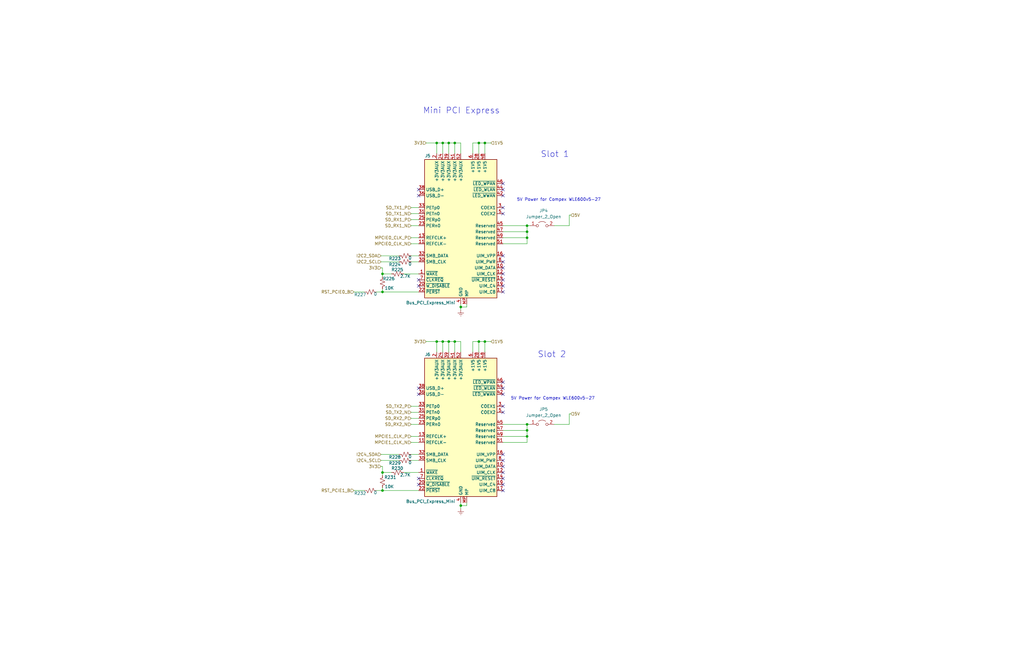
<source format=kicad_sch>
(kicad_sch (version 20200828) (generator eeschema)
  (page 10 12)
  (paper "USLedger")
  (title_block (title "AP2100-power-proto") (date "2020-10-06") (rev "1") (company "ISis ImageStream Internet Solutions, Inc."))
  (lib_symbols
    (symbol "AP2100-rescue:GND-Scott" (power) (pin_names (offset 0))
      (property "Value" "GND-Scott" (at 0 -3.81 0))
      (symbol "GND-Scott_1_1"
        (polyline (pts (xy -0.635 -1.905) (xy 0.635 -1.905)))
        (polyline (pts (xy -0.127 -2.54) (xy 0.127 -2.54)))
        (polyline (pts (xy 0 -1.27) (xy 0 0)))
        (polyline (pts (xy 1.27 -1.27) (xy -1.27 -1.27)))
        (pin power_in line (at 0 0 270) (length 0) hide (name "GND") (number "1"))
      )
    )
    (symbol "Connector:Bus_PCI_Express_Mini"
      (property "Reference" "J" (at -16.51 31.75 0))
      (property "Value" "Bus_PCI_Express_Mini" (at 22.86 31.75 0))
      (symbol "Bus_PCI_Express_Mini_0_1"
        (rectangle (start -15.24 30.48) (end 15.24 -27.94) (stroke (width 0.254)) (fill (type background)))
      )
      (symbol "Bus_PCI_Express_Mini_1_1"
        (pin open_collector line (at -17.78 -17.78 0) (length 2.54) (name "~WAKE") (number "1"))
        (pin bidirectional line (at 17.78 -15.24 180) (length 2.54) (name "UIM_DATA") (number "10"))
        (pin input line (at -17.78 -5.08 0) (length 2.54) (name "REFCLK-") (number "11"))
        (pin output line (at 17.78 -17.78 180) (length 2.54) (name "UIM_CLK") (number "12"))
        (pin input line (at -17.78 -2.54 0) (length 2.54) (name "REFCLK+") (number "13"))
        (pin output line (at 17.78 -20.32 180) (length 2.54) (name "~UIM_RESET") (number "14"))
        (pin passive line (at 0 -30.48 90) (length 2.54) hide (name "GND") (number "15"))
        (pin power_out line (at 17.78 -10.16 180) (length 2.54) (name "UIM_VPP") (number "16"))
        (pin passive line (at 17.78 -25.4 180) (length 2.54) (name "UIM_C8") (number "17"))
        (pin passive line (at 0 -30.48 90) (length 2.54) hide (name "GND") (number "18"))
        (pin passive line (at 17.78 -22.86 180) (length 2.54) (name "UIM_C4") (number "19"))
        (pin power_in line (at -10.16 33.02 270) (length 2.54) (name "+3V3AUX") (number "2"))
        (pin input line (at -17.78 -22.86 0) (length 2.54) (name "~W_DISABLE") (number "20"))
        (pin passive line (at 0 -30.48 90) (length 2.54) hide (name "GND") (number "21"))
        (pin input line (at -17.78 -25.4 0) (length 2.54) (name "~PERST") (number "22"))
        (pin output line (at -17.78 2.54 0) (length 2.54) (name "PERn0") (number "23"))
        (pin power_in line (at -7.62 33.02 270) (length 2.54) (name "+3V3AUX") (number "24"))
        (pin output line (at -17.78 5.08 0) (length 2.54) (name "PERp0") (number "25"))
        (pin passive line (at 0 -30.48 90) (length 2.54) hide (name "GND") (number "26"))
        (pin passive line (at 0 -30.48 90) (length 2.54) hide (name "GND") (number "27"))
        (pin power_in line (at 7.62 33.02 270) (length 2.54) (name "+1V5") (number "28"))
        (pin passive line (at 0 -30.48 90) (length 2.54) hide (name "GND") (number "29"))
        (pin passive line (at 17.78 10.16 180) (length 2.54) (name "COEX1") (number "3"))
        (pin input line (at -17.78 -12.7 0) (length 2.54) (name "SMB_CLK") (number "30"))
        (pin input line (at -17.78 7.62 0) (length 2.54) (name "PETn0") (number "31"))
        (pin bidirectional line (at -17.78 -10.16 0) (length 2.54) (name "SMB_DATA") (number "32"))
        (pin input line (at -17.78 10.16 0) (length 2.54) (name "PETp0") (number "33"))
        (pin passive line (at 0 -30.48 90) (length 2.54) hide (name "GND") (number "34"))
        (pin passive line (at 0 -30.48 90) (length 2.54) hide (name "GND") (number "35"))
        (pin bidirectional line (at -17.78 15.24 0) (length 2.54) (name "USB_D-") (number "36"))
        (pin passive line (at 0 -30.48 90) (length 2.54) hide (name "GND") (number "37"))
        (pin bidirectional line (at -17.78 17.78 0) (length 2.54) (name "USB_D+") (number "38"))
        (pin power_in line (at -5.08 33.02 270) (length 2.54) (name "+3V3AUX") (number "39"))
        (pin power_in line (at 0 -30.48 90) (length 2.54) (name "GND") (number "4"))
        (pin passive line (at 0 -30.48 90) (length 2.54) hide (name "GND") (number "40"))
        (pin power_in line (at -2.54 33.02 270) (length 2.54) (name "+3V3AUX") (number "41"))
        (pin open_collector line (at 17.78 15.24 180) (length 2.54) (name "~LED_WWAN") (number "42"))
        (pin passive line (at 0 -30.48 90) (length 2.54) hide (name "GND") (number "43"))
        (pin open_collector line (at 17.78 17.78 180) (length 2.54) (name "~LED_WLAN") (number "44"))
        (pin passive line (at 17.78 2.54 180) (length 2.54) (name "Reserved") (number "45"))
        (pin open_collector line (at 17.78 20.32 180) (length 2.54) (name "~LED_WPAN") (number "46"))
        (pin passive line (at 17.78 0 180) (length 2.54) (name "Reserved") (number "47"))
        (pin power_in line (at 10.16 33.02 270) (length 2.54) (name "+1V5") (number "48"))
        (pin passive line (at 17.78 -2.54 180) (length 2.54) (name "Reserved") (number "49"))
        (pin passive line (at 17.78 7.62 180) (length 2.54) (name "COEX2") (number "5"))
        (pin passive line (at 0 -30.48 90) (length 2.54) hide (name "GND") (number "50"))
        (pin passive line (at 17.78 -5.08 180) (length 2.54) (name "Reserved") (number "51"))
        (pin power_in line (at 0 33.02 270) (length 2.54) (name "+3V3AUX") (number "52"))
        (pin power_in line (at 5.08 33.02 270) (length 2.54) (name "+1V5") (number "6"))
        (pin open_collector line (at -17.78 -20.32 0) (length 2.54) (name "~CLKREQ") (number "7"))
        (pin power_out line (at 17.78 -12.7 180) (length 2.54) (name "UIM_PWR") (number "8"))
        (pin passive line (at 0 -30.48 90) (length 2.54) hide (name "GND") (number "9"))
        (pin passive line (at 2.54 -30.48 90) (length 2.54) (name "MP") (number "MP"))
      )
    )
    (symbol "Device:R_Small_US" (pin_numbers hide) (pin_names (offset 0.254) hide)
      (property "Reference" "R" (at 0.762 0.508 0))
      (property "Value" "R_Small_US" (at 0.762 -1.016 0))
      (symbol "R_Small_US_1_1"
        (polyline (pts (xy 0 0) (xy 1.016 -0.381) (xy 0 -0.762) (xy -1.016 -1.143) (xy 0 -1.524)))
        (polyline (pts (xy 0 1.524) (xy 1.016 1.143) (xy 0 0.762) (xy -1.016 0.381) (xy 0 0)))
        (pin passive line (at 0 2.54 270) (length 1.016) (name "~") (number "1"))
        (pin passive line (at 0 -2.54 90) (length 1.016) (name "~") (number "2"))
      )
    )
    (symbol "Jumper:Jumper_2_Open" (pin_names (offset 0) hide)
      (property "Reference" "JP" (at 0 2.794 0))
      (property "Value" "Jumper_2_Open" (at 0 -2.286 0))
      (symbol "Jumper_2_Open_0_1"
        (arc (start -1.524 1.27) (end 1.524 1.27) (radius (at 0 -0.762) (length 2.54) (angles 126.9 53.1)))
      )
      (symbol "Jumper_2_Open_0_0"
        (circle (center -2.032 0) (radius 0.508))
        (circle (center 2.032 0) (radius 0.508))
      )
      (symbol "Jumper_2_Open_1_1"
        (pin passive line (at -5.08 0 0) (length 2.54) (name "A") (number "1"))
        (pin passive line (at 5.08 0 180) (length 2.54) (name "B") (number "2"))
      )
    )
  )
  (junction (at 161.29 115.57) (diameter 0.9144))
  (junction (at 161.29 123.19) (diameter 0.9144))
  (junction (at 161.29 199.39) (diameter 0.9144))
  (junction (at 161.29 207.01) (diameter 0.9144))
  (junction (at 184.15 60.325) (diameter 0.9144))
  (junction (at 184.15 144.145) (diameter 0.9144))
  (junction (at 186.69 60.325) (diameter 0.9144))
  (junction (at 186.69 144.145) (diameter 0.9144))
  (junction (at 189.23 60.325) (diameter 0.9144))
  (junction (at 189.23 144.145) (diameter 0.9144))
  (junction (at 191.77 60.325) (diameter 0.9144))
  (junction (at 191.77 144.145) (diameter 0.9144))
  (junction (at 194.31 129.54) (diameter 0.9144))
  (junction (at 194.31 213.36) (diameter 0.9144))
  (junction (at 201.93 60.325) (diameter 0.9144))
  (junction (at 201.93 144.145) (diameter 0.9144))
  (junction (at 204.47 60.325) (diameter 0.9144))
  (junction (at 204.47 144.145) (diameter 0.9144))
  (junction (at 222.25 95.25) (diameter 0.9144))
  (junction (at 222.25 97.79) (diameter 0.9144))
  (junction (at 222.25 100.33) (diameter 0.9144))
  (junction (at 222.25 179.07) (diameter 0.9144))
  (junction (at 222.25 181.61) (diameter 0.9144))
  (junction (at 222.25 184.15) (diameter 0.9144))
  (no_connect (at 212.09 82.55))
  (no_connect (at 212.09 161.29))
  (no_connect (at 212.09 107.95))
  (no_connect (at 176.53 80.01))
  (no_connect (at 212.09 115.57))
  (no_connect (at 212.09 166.37))
  (no_connect (at 212.09 207.01))
  (no_connect (at 212.09 90.17))
  (no_connect (at 212.09 120.65))
  (no_connect (at 212.09 171.45))
  (no_connect (at 212.09 113.03))
  (no_connect (at 212.09 77.47))
  (no_connect (at 176.53 204.47))
  (no_connect (at 212.09 163.83))
  (no_connect (at 176.53 120.65))
  (no_connect (at 212.09 196.85))
  (no_connect (at 176.53 118.11))
  (no_connect (at 176.53 82.55))
  (no_connect (at 212.09 199.39))
  (no_connect (at 212.09 194.31))
  (no_connect (at 176.53 201.93))
  (no_connect (at 212.09 191.77))
  (no_connect (at 212.09 204.47))
  (no_connect (at 212.09 201.93))
  (no_connect (at 212.09 173.99))
  (no_connect (at 212.09 87.63))
  (no_connect (at 212.09 123.19))
  (no_connect (at 176.53 166.37))
  (no_connect (at 212.09 118.11))
  (no_connect (at 212.09 110.49))
  (no_connect (at 212.09 80.01))
  (no_connect (at 176.53 163.83))
  (wire (pts (xy 149.225 123.19) (xy 153.67 123.19)))
  (wire (pts (xy 149.225 207.01) (xy 153.67 207.01)))
  (wire (pts (xy 158.75 123.19) (xy 161.29 123.19)))
  (wire (pts (xy 158.75 207.01) (xy 161.29 207.01)))
  (wire (pts (xy 160.655 107.95) (xy 168.275 107.95)))
  (wire (pts (xy 160.655 110.49) (xy 168.275 110.49)))
  (wire (pts (xy 160.655 113.03) (xy 161.29 113.03)))
  (wire (pts (xy 160.655 191.77) (xy 168.275 191.77)))
  (wire (pts (xy 160.655 194.31) (xy 168.275 194.31)))
  (wire (pts (xy 160.655 196.85) (xy 161.29 196.85)))
  (wire (pts (xy 161.29 113.03) (xy 161.29 115.57)))
  (wire (pts (xy 161.29 115.57) (xy 161.29 116.84)))
  (wire (pts (xy 161.29 121.92) (xy 161.29 123.19)))
  (wire (pts (xy 161.29 123.19) (xy 176.53 123.19)))
  (wire (pts (xy 161.29 196.85) (xy 161.29 199.39)))
  (wire (pts (xy 161.29 199.39) (xy 161.29 200.66)))
  (wire (pts (xy 161.29 205.74) (xy 161.29 207.01)))
  (wire (pts (xy 161.29 207.01) (xy 176.53 207.01)))
  (wire (pts (xy 165.1 115.57) (xy 161.29 115.57)))
  (wire (pts (xy 165.1 199.39) (xy 161.29 199.39)))
  (wire (pts (xy 170.18 115.57) (xy 176.53 115.57)))
  (wire (pts (xy 170.18 199.39) (xy 176.53 199.39)))
  (wire (pts (xy 173.355 87.63) (xy 176.53 87.63)))
  (wire (pts (xy 173.355 90.17) (xy 176.53 90.17)))
  (wire (pts (xy 173.355 92.71) (xy 176.53 92.71)))
  (wire (pts (xy 173.355 95.25) (xy 176.53 95.25)))
  (wire (pts (xy 173.355 100.33) (xy 176.53 100.33)))
  (wire (pts (xy 173.355 102.87) (xy 176.53 102.87)))
  (wire (pts (xy 173.355 171.45) (xy 176.53 171.45)))
  (wire (pts (xy 173.355 173.99) (xy 176.53 173.99)))
  (wire (pts (xy 173.355 176.53) (xy 176.53 176.53)))
  (wire (pts (xy 173.355 179.07) (xy 176.53 179.07)))
  (wire (pts (xy 173.355 184.15) (xy 176.53 184.15)))
  (wire (pts (xy 173.355 186.69) (xy 176.53 186.69)))
  (wire (pts (xy 176.53 107.95) (xy 173.355 107.95)))
  (wire (pts (xy 176.53 110.49) (xy 173.355 110.49)))
  (wire (pts (xy 176.53 191.77) (xy 173.355 191.77)))
  (wire (pts (xy 176.53 194.31) (xy 173.355 194.31)))
  (wire (pts (xy 179.705 60.325) (xy 184.15 60.325)))
  (wire (pts (xy 179.705 144.145) (xy 184.15 144.145)))
  (wire (pts (xy 184.15 60.325) (xy 184.15 64.77)))
  (wire (pts (xy 184.15 144.145) (xy 184.15 148.59)))
  (wire (pts (xy 186.69 60.325) (xy 184.15 60.325)))
  (wire (pts (xy 186.69 60.325) (xy 189.23 60.325)))
  (wire (pts (xy 186.69 64.77) (xy 186.69 60.325)))
  (wire (pts (xy 186.69 144.145) (xy 184.15 144.145)))
  (wire (pts (xy 186.69 144.145) (xy 189.23 144.145)))
  (wire (pts (xy 186.69 148.59) (xy 186.69 144.145)))
  (wire (pts (xy 189.23 60.325) (xy 189.23 64.77)))
  (wire (pts (xy 189.23 60.325) (xy 191.77 60.325)))
  (wire (pts (xy 189.23 144.145) (xy 189.23 148.59)))
  (wire (pts (xy 189.23 144.145) (xy 191.77 144.145)))
  (wire (pts (xy 191.77 60.325) (xy 191.77 64.77)))
  (wire (pts (xy 191.77 60.325) (xy 194.31 60.325)))
  (wire (pts (xy 191.77 144.145) (xy 191.77 148.59)))
  (wire (pts (xy 191.77 144.145) (xy 194.31 144.145)))
  (wire (pts (xy 194.31 60.325) (xy 194.31 64.77)))
  (wire (pts (xy 194.31 128.27) (xy 194.31 129.54)))
  (wire (pts (xy 194.31 129.54) (xy 194.31 130.81)))
  (wire (pts (xy 194.31 144.145) (xy 194.31 148.59)))
  (wire (pts (xy 194.31 212.09) (xy 194.31 213.36)))
  (wire (pts (xy 194.31 213.36) (xy 194.31 214.63)))
  (wire (pts (xy 196.85 128.27) (xy 196.85 129.54)))
  (wire (pts (xy 196.85 129.54) (xy 194.31 129.54)))
  (wire (pts (xy 196.85 212.09) (xy 196.85 213.36)))
  (wire (pts (xy 196.85 213.36) (xy 194.31 213.36)))
  (wire (pts (xy 199.39 60.325) (xy 201.93 60.325)))
  (wire (pts (xy 199.39 64.77) (xy 199.39 60.325)))
  (wire (pts (xy 199.39 144.145) (xy 201.93 144.145)))
  (wire (pts (xy 199.39 148.59) (xy 199.39 144.145)))
  (wire (pts (xy 201.93 60.325) (xy 204.47 60.325)))
  (wire (pts (xy 201.93 64.77) (xy 201.93 60.325)))
  (wire (pts (xy 201.93 144.145) (xy 204.47 144.145)))
  (wire (pts (xy 201.93 148.59) (xy 201.93 144.145)))
  (wire (pts (xy 204.47 60.325) (xy 204.47 64.77)))
  (wire (pts (xy 204.47 144.145) (xy 204.47 148.59)))
  (wire (pts (xy 207.01 60.325) (xy 204.47 60.325)))
  (wire (pts (xy 207.01 144.145) (xy 204.47 144.145)))
  (wire (pts (xy 212.09 95.25) (xy 222.25 95.25)))
  (wire (pts (xy 212.09 97.79) (xy 222.25 97.79)))
  (wire (pts (xy 212.09 102.87) (xy 222.25 102.87)))
  (wire (pts (xy 212.09 179.07) (xy 222.25 179.07)))
  (wire (pts (xy 212.09 181.61) (xy 222.25 181.61)))
  (wire (pts (xy 212.09 186.69) (xy 222.25 186.69)))
  (wire (pts (xy 222.25 95.25) (xy 223.52 95.25)))
  (wire (pts (xy 222.25 97.79) (xy 222.25 95.25)))
  (wire (pts (xy 222.25 97.79) (xy 222.25 100.33)))
  (wire (pts (xy 222.25 100.33) (xy 212.09 100.33)))
  (wire (pts (xy 222.25 102.87) (xy 222.25 100.33)))
  (wire (pts (xy 222.25 179.07) (xy 223.52 179.07)))
  (wire (pts (xy 222.25 181.61) (xy 222.25 179.07)))
  (wire (pts (xy 222.25 181.61) (xy 222.25 184.15)))
  (wire (pts (xy 222.25 184.15) (xy 212.09 184.15)))
  (wire (pts (xy 222.25 186.69) (xy 222.25 184.15)))
  (wire (pts (xy 233.68 95.25) (xy 240.03 95.25)))
  (wire (pts (xy 233.68 179.07) (xy 240.03 179.07)))
  (wire (pts (xy 240.03 90.805) (xy 240.03 95.25)))
  (wire (pts (xy 240.03 90.805) (xy 240.665 90.805)))
  (wire (pts (xy 240.03 174.625) (xy 240.03 179.07)))
  (wire (pts (xy 240.03 174.625) (xy 240.665 174.625)))
  (text "Mini PCI Express" (at 210.82 48.26 180) (effects (font (size 2.54 2.54)) (justify right bottom)))
  (text "Slot 2" (at 238.76 151.13 180) (effects (font (size 2.54 2.54)) (justify right bottom)))
  (text "Slot 1" (at 240.03 66.675 180) (effects (font (size 2.54 2.54)) (justify right bottom)))
  (text "5V Power for Compex WLE600v5-27" (at 250.825 168.91 180) (effects (font (size 1.27 1.27)) (justify right bottom)))
  (text "5V Power for Compex WLE600v5-27" (at 253.365 85.09 180) (effects (font (size 1.27 1.27)) (justify right bottom)))
  (hierarchical_label "RST_PCIE0_B" (shape input) (at 149.225 123.19 180))
  (hierarchical_label "RST_PCIE1_B" (shape input) (at 149.225 207.01 180))
  (hierarchical_label "I2C2_SDA" (shape input) (at 160.655 107.95 180))
  (hierarchical_label "I2C2_SCL" (shape input) (at 160.655 110.49 180))
  (hierarchical_label "3V3" (shape input) (at 160.655 113.03 180))
  (hierarchical_label "I2C4_SDA" (shape input) (at 160.655 191.77 180))
  (hierarchical_label "I2C4_SCL" (shape input) (at 160.655 194.31 180))
  (hierarchical_label "3V3" (shape input) (at 160.655 196.85 180))
  (hierarchical_label "SD_TX1_P" (shape input) (at 173.355 87.63 180))
  (hierarchical_label "SD_TX1_N" (shape input) (at 173.355 90.17 180))
  (hierarchical_label "SD_RX1_P" (shape input) (at 173.355 92.71 180))
  (hierarchical_label "SD_RX1_N" (shape input) (at 173.355 95.25 180))
  (hierarchical_label "MPCIE0_CLK_P" (shape input) (at 173.355 100.33 180))
  (hierarchical_label "MPCIE0_CLK_N" (shape input) (at 173.355 102.87 180))
  (hierarchical_label "SD_TX2_P" (shape input) (at 173.355 171.45 180))
  (hierarchical_label "SD_TX2_N" (shape input) (at 173.355 173.99 180))
  (hierarchical_label "SD_RX2_P" (shape input) (at 173.355 176.53 180))
  (hierarchical_label "SD_RX2_N" (shape input) (at 173.355 179.07 180))
  (hierarchical_label "MPCIE1_CLK_P" (shape input) (at 173.355 184.15 180))
  (hierarchical_label "MPCIE1_CLK_N" (shape input) (at 173.355 186.69 180))
  (hierarchical_label "3V3" (shape input) (at 179.705 60.325 180))
  (hierarchical_label "3V3" (shape input) (at 179.705 144.145 180))
  (hierarchical_label "1V5" (shape input) (at 207.01 60.325 0))
  (hierarchical_label "1V5" (shape input) (at 207.01 144.145 0))
  (hierarchical_label "5V" (shape input) (at 240.665 90.805 0))
  (hierarchical_label "5V" (shape input) (at 240.665 174.625 0))
  (symbol (lib_id "AP2100-rescue:GND-Scott") (at 194.31 130.81 0) (mirror y) (unit 1)
    (property "Reference" "#PWR0184" (effects hide))
    (property "Value" "GND" (effects hide))
  )
  (symbol (lib_id "AP2100-rescue:GND-Scott") (at 194.31 214.63 0) (mirror y) (unit 1)
    (property "Reference" "#PWR0185" (effects hide))
    (property "Value" "GND" (effects hide))
  )
  (symbol (lib_id "Device:R_Small_US") (at 156.21 123.19 90) (mirror x) (unit 1)
    (property "Reference" "R227" (at 154.432 124.333 90) (effects (justify left)))
    (property "Value" "0" (at 159.004 124.079 90) (effects (justify left)))
    (property "Footprint" "Resistor_SMD:R_0402_1005Metric" (effects hide))
    (property "PartsBoxID" "0402-0-1%" (effects hide))
  )
  (symbol (lib_id "Device:R_Small_US") (at 156.21 207.01 90) (mirror x) (unit 1)
    (property "Reference" "R232" (at 154.432 208.153 90) (effects (justify left)))
    (property "Value" "0" (at 159.004 207.899 90) (effects (justify left)))
    (property "Footprint" "Resistor_SMD:R_0402_1005Metric" (effects hide))
    (property "PartsBoxID" "0402-0-1%" (effects hide))
  )
  (symbol (lib_id "Device:R_Small_US") (at 161.29 119.38 0) (mirror y) (unit 1)
    (property "Reference" "R226" (at 166.497 117.602 0) (effects (justify left)))
    (property "Value" "10K" (at 166.116 121.539 0) (effects (justify left)))
    (property "Footprint" "Resistor_SMD:R_0402_1005Metric" (effects hide))
    (property "PartsBoxID" "0402-10K-1%" (effects hide))
  )
  (symbol (lib_id "Device:R_Small_US") (at 161.29 203.2 0) (mirror y) (unit 1)
    (property "Reference" "R231" (at 167.132 201.422 0) (effects (justify left)))
    (property "Value" "10K" (at 166.116 205.359 0) (effects (justify left)))
    (property "Footprint" "Resistor_SMD:R_0402_1005Metric" (effects hide))
    (property "PartsBoxID" "0402-10K-1%" (effects hide))
  )
  (symbol (lib_id "Device:R_Small_US") (at 167.64 115.57 270) (mirror x) (unit 1)
    (property "Reference" "R225" (at 164.973 113.792 90) (effects (justify left)))
    (property "Value" "2.7K" (at 168.656 116.586 90) (effects (justify left)))
    (property "Footprint" "Resistor_SMD:R_0402_1005Metric" (effects hide))
    (property "PartsBoxID" "0402-2.7K-1%" (effects hide))
  )
  (symbol (lib_id "Device:R_Small_US") (at 167.64 199.39 270) (mirror x) (unit 1)
    (property "Reference" "R230" (at 164.973 197.612 90) (effects (justify left)))
    (property "Value" "2.7K" (at 168.656 200.406 90) (effects (justify left)))
    (property "Footprint" "Resistor_SMD:R_0402_1005Metric" (effects hide))
    (property "PartsBoxID" "0402-2.7K-1%" (effects hide))
  )
  (symbol (lib_id "Device:R_Small_US") (at 170.815 107.95 90) (mirror x) (unit 1)
    (property "Reference" "R223" (at 169.037 109.093 90) (effects (justify left)))
    (property "Value" "0" (at 173.609 108.839 90) (effects (justify left)))
    (property "Footprint" "Resistor_SMD:R_0402_1005Metric" (effects hide))
    (property "PartsBoxID" "0402-0-1%" (effects hide))
  )
  (symbol (lib_id "Device:R_Small_US") (at 170.815 110.49 90) (mirror x) (unit 1)
    (property "Reference" "R224" (at 169.037 111.633 90) (effects (justify left)))
    (property "Value" "0" (at 173.609 111.379 90) (effects (justify left)))
    (property "Footprint" "Resistor_SMD:R_0402_1005Metric" (effects hide))
    (property "PartsBoxID" "0402-0-1%" (effects hide))
  )
  (symbol (lib_id "Device:R_Small_US") (at 170.815 191.77 90) (mirror x) (unit 1)
    (property "Reference" "R228" (at 169.037 192.913 90) (effects (justify left)))
    (property "Value" "0" (at 173.609 192.659 90) (effects (justify left)))
    (property "Footprint" "Resistor_SMD:R_0402_1005Metric" (effects hide))
    (property "PartsBoxID" "0402-0-1%" (effects hide))
  )
  (symbol (lib_id "Device:R_Small_US") (at 170.815 194.31 90) (mirror x) (unit 1)
    (property "Reference" "R229" (at 169.037 195.453 90) (effects (justify left)))
    (property "Value" "0" (at 173.609 195.199 90) (effects (justify left)))
    (property "Footprint" "Resistor_SMD:R_0402_1005Metric" (effects hide))
    (property "PartsBoxID" "0402-0-1%" (effects hide))
  )
  (symbol (lib_id "Jumper:Jumper_2_Open") (at 228.6 95.25 0) (unit 1)
    (property "Reference" "JP4" (at 229.235 88.9 0))
    (property "Value" "Jumper_2_Open" (at 229.235 91.44 0))
    (property "Footprint" "Connector_PinHeader_2.54mm:PinHeader_1x02_P2.54mm_Vertical" (effects hide))
  )
  (symbol (lib_id "Jumper:Jumper_2_Open") (at 228.6 179.07 0) (unit 1)
    (property "Reference" "JP5" (at 229.235 172.72 0))
    (property "Value" "Jumper_2_Open" (at 229.235 175.26 0))
    (property "Footprint" "Connector_PinHeader_2.54mm:PinHeader_1x02_P2.54mm_Vertical" (effects hide))
  )
  (symbol (lib_id "Connector:Bus_PCI_Express_Mini") (at 194.31 97.79 0) (unit 1)
    (property "Reference" "J5" (at 180.34 65.7606 0))
    (property "Value" "Bus_PCI_Express_Mini" (at 181.61 127.762 0))
    (property "Footprint" "Connector_PCBEdge:BUS_PCI_Express_Mini_Full" (effects hide))
    (property "MFR" "-" (effects hide))
    (property "MPN" "-" (effects hide))
    (property "SPR" "-" (effects hide))
    (property "SPN" "-" (effects hide))
    (property "SPURL" "-" (effects hide))
  )
  (symbol (lib_id "Connector:Bus_PCI_Express_Mini") (at 194.31 181.61 0) (unit 1)
    (property "Reference" "J6" (at 180.34 149.5806 0))
    (property "Value" "Bus_PCI_Express_Mini" (at 181.61 211.582 0))
    (property "Footprint" "Connector_PCBEdge:BUS_PCI_Express_Mini_Full" (effects hide))
    (property "MFR" "-" (effects hide))
    (property "MPN" "-" (effects hide))
    (property "SPR" "-" (effects hide))
    (property "SPN" "-" (effects hide))
    (property "SPURL" "-" (effects hide))
  )
)
</source>
